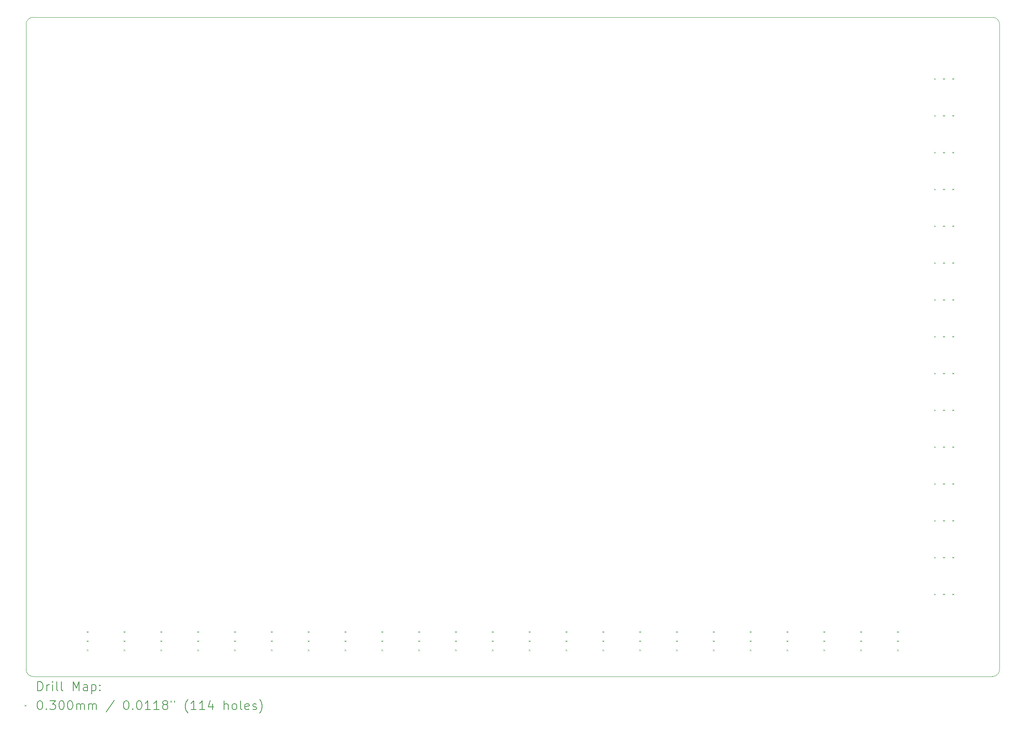
<source format=gbr>
%TF.GenerationSoftware,KiCad,Pcbnew,9.0.2+dfsg-1*%
%TF.CreationDate,2026-01-28T21:05:07+01:00*%
%TF.ProjectId,DEDBUG,44454442-5547-42e6-9b69-6361645f7063,0.3*%
%TF.SameCoordinates,Original*%
%TF.FileFunction,Drillmap*%
%TF.FilePolarity,Positive*%
%FSLAX45Y45*%
G04 Gerber Fmt 4.5, Leading zero omitted, Abs format (unit mm)*
G04 Created by KiCad (PCBNEW 9.0.2+dfsg-1) date 2026-01-28 21:05:07*
%MOMM*%
%LPD*%
G01*
G04 APERTURE LIST*
%ADD10C,0.010000*%
%ADD11C,0.200000*%
%ADD12C,0.100000*%
G04 APERTURE END LIST*
D10*
X10865258Y-21948783D02*
X10865258Y-7713600D01*
X11024993Y-22108519D02*
G75*
G02*
X10865261Y-21948783I187J159919D01*
G01*
X32191590Y-22108519D02*
X11024993Y-22108519D01*
X32351327Y-21948783D02*
G75*
G02*
X32191590Y-22108517I-159917J183D01*
G01*
X32351327Y-7713600D02*
X32351327Y-21948783D01*
X32193359Y-7553870D02*
G75*
G02*
X32351322Y-7713600I-1959J-159910D01*
G01*
X11024993Y-7553864D02*
X32193359Y-7553870D01*
X10865258Y-7713600D02*
G75*
G02*
X11024993Y-7553858I159922J-180D01*
G01*
D11*
D12*
X12206100Y-21109200D02*
X12236100Y-21139200D01*
X12236100Y-21109200D02*
X12206100Y-21139200D01*
X12206100Y-21309200D02*
X12236100Y-21339200D01*
X12236100Y-21309200D02*
X12206100Y-21339200D01*
X12206100Y-21509200D02*
X12236100Y-21539200D01*
X12236100Y-21509200D02*
X12206100Y-21539200D01*
X13018900Y-21109200D02*
X13048900Y-21139200D01*
X13048900Y-21109200D02*
X13018900Y-21139200D01*
X13018900Y-21309200D02*
X13048900Y-21339200D01*
X13048900Y-21309200D02*
X13018900Y-21339200D01*
X13018900Y-21509200D02*
X13048900Y-21539200D01*
X13048900Y-21509200D02*
X13018900Y-21539200D01*
X13831700Y-21109200D02*
X13861700Y-21139200D01*
X13861700Y-21109200D02*
X13831700Y-21139200D01*
X13831700Y-21309200D02*
X13861700Y-21339200D01*
X13861700Y-21309200D02*
X13831700Y-21339200D01*
X13831700Y-21509200D02*
X13861700Y-21539200D01*
X13861700Y-21509200D02*
X13831700Y-21539200D01*
X14644500Y-21109200D02*
X14674500Y-21139200D01*
X14674500Y-21109200D02*
X14644500Y-21139200D01*
X14644500Y-21309200D02*
X14674500Y-21339200D01*
X14674500Y-21309200D02*
X14644500Y-21339200D01*
X14644500Y-21509200D02*
X14674500Y-21539200D01*
X14674500Y-21509200D02*
X14644500Y-21539200D01*
X15457300Y-21109200D02*
X15487300Y-21139200D01*
X15487300Y-21109200D02*
X15457300Y-21139200D01*
X15457300Y-21309200D02*
X15487300Y-21339200D01*
X15487300Y-21309200D02*
X15457300Y-21339200D01*
X15457300Y-21509200D02*
X15487300Y-21539200D01*
X15487300Y-21509200D02*
X15457300Y-21539200D01*
X16270100Y-21109200D02*
X16300100Y-21139200D01*
X16300100Y-21109200D02*
X16270100Y-21139200D01*
X16270100Y-21309200D02*
X16300100Y-21339200D01*
X16300100Y-21309200D02*
X16270100Y-21339200D01*
X16270100Y-21509200D02*
X16300100Y-21539200D01*
X16300100Y-21509200D02*
X16270100Y-21539200D01*
X17082900Y-21109200D02*
X17112900Y-21139200D01*
X17112900Y-21109200D02*
X17082900Y-21139200D01*
X17082900Y-21309200D02*
X17112900Y-21339200D01*
X17112900Y-21309200D02*
X17082900Y-21339200D01*
X17082900Y-21509200D02*
X17112900Y-21539200D01*
X17112900Y-21509200D02*
X17082900Y-21539200D01*
X17895700Y-21109200D02*
X17925700Y-21139200D01*
X17925700Y-21109200D02*
X17895700Y-21139200D01*
X17895700Y-21309200D02*
X17925700Y-21339200D01*
X17925700Y-21309200D02*
X17895700Y-21339200D01*
X17895700Y-21509200D02*
X17925700Y-21539200D01*
X17925700Y-21509200D02*
X17895700Y-21539200D01*
X18708500Y-21109200D02*
X18738500Y-21139200D01*
X18738500Y-21109200D02*
X18708500Y-21139200D01*
X18708500Y-21309200D02*
X18738500Y-21339200D01*
X18738500Y-21309200D02*
X18708500Y-21339200D01*
X18708500Y-21509200D02*
X18738500Y-21539200D01*
X18738500Y-21509200D02*
X18708500Y-21539200D01*
X19521300Y-21109200D02*
X19551300Y-21139200D01*
X19551300Y-21109200D02*
X19521300Y-21139200D01*
X19521300Y-21309200D02*
X19551300Y-21339200D01*
X19551300Y-21309200D02*
X19521300Y-21339200D01*
X19521300Y-21509200D02*
X19551300Y-21539200D01*
X19551300Y-21509200D02*
X19521300Y-21539200D01*
X20334100Y-21109200D02*
X20364100Y-21139200D01*
X20364100Y-21109200D02*
X20334100Y-21139200D01*
X20334100Y-21309200D02*
X20364100Y-21339200D01*
X20364100Y-21309200D02*
X20334100Y-21339200D01*
X20334100Y-21509200D02*
X20364100Y-21539200D01*
X20364100Y-21509200D02*
X20334100Y-21539200D01*
X21146900Y-21109200D02*
X21176900Y-21139200D01*
X21176900Y-21109200D02*
X21146900Y-21139200D01*
X21146900Y-21309200D02*
X21176900Y-21339200D01*
X21176900Y-21309200D02*
X21146900Y-21339200D01*
X21146900Y-21509200D02*
X21176900Y-21539200D01*
X21176900Y-21509200D02*
X21146900Y-21539200D01*
X21959700Y-21109200D02*
X21989700Y-21139200D01*
X21989700Y-21109200D02*
X21959700Y-21139200D01*
X21959700Y-21309200D02*
X21989700Y-21339200D01*
X21989700Y-21309200D02*
X21959700Y-21339200D01*
X21959700Y-21509200D02*
X21989700Y-21539200D01*
X21989700Y-21509200D02*
X21959700Y-21539200D01*
X22772500Y-21109200D02*
X22802500Y-21139200D01*
X22802500Y-21109200D02*
X22772500Y-21139200D01*
X22772500Y-21309200D02*
X22802500Y-21339200D01*
X22802500Y-21309200D02*
X22772500Y-21339200D01*
X22772500Y-21509200D02*
X22802500Y-21539200D01*
X22802500Y-21509200D02*
X22772500Y-21539200D01*
X23585300Y-21109200D02*
X23615300Y-21139200D01*
X23615300Y-21109200D02*
X23585300Y-21139200D01*
X23585300Y-21309200D02*
X23615300Y-21339200D01*
X23615300Y-21309200D02*
X23585300Y-21339200D01*
X23585300Y-21509200D02*
X23615300Y-21539200D01*
X23615300Y-21509200D02*
X23585300Y-21539200D01*
X24398100Y-21109200D02*
X24428100Y-21139200D01*
X24428100Y-21109200D02*
X24398100Y-21139200D01*
X24398100Y-21309200D02*
X24428100Y-21339200D01*
X24428100Y-21309200D02*
X24398100Y-21339200D01*
X24398100Y-21509200D02*
X24428100Y-21539200D01*
X24428100Y-21509200D02*
X24398100Y-21539200D01*
X25210900Y-21109200D02*
X25240900Y-21139200D01*
X25240900Y-21109200D02*
X25210900Y-21139200D01*
X25210900Y-21309200D02*
X25240900Y-21339200D01*
X25240900Y-21309200D02*
X25210900Y-21339200D01*
X25210900Y-21509200D02*
X25240900Y-21539200D01*
X25240900Y-21509200D02*
X25210900Y-21539200D01*
X26023700Y-21109200D02*
X26053700Y-21139200D01*
X26053700Y-21109200D02*
X26023700Y-21139200D01*
X26023700Y-21309200D02*
X26053700Y-21339200D01*
X26053700Y-21309200D02*
X26023700Y-21339200D01*
X26023700Y-21509200D02*
X26053700Y-21539200D01*
X26053700Y-21509200D02*
X26023700Y-21539200D01*
X26836500Y-21109200D02*
X26866500Y-21139200D01*
X26866500Y-21109200D02*
X26836500Y-21139200D01*
X26836500Y-21309200D02*
X26866500Y-21339200D01*
X26866500Y-21309200D02*
X26836500Y-21339200D01*
X26836500Y-21509200D02*
X26866500Y-21539200D01*
X26866500Y-21509200D02*
X26836500Y-21539200D01*
X27649300Y-21109200D02*
X27679300Y-21139200D01*
X27679300Y-21109200D02*
X27649300Y-21139200D01*
X27649300Y-21309200D02*
X27679300Y-21339200D01*
X27679300Y-21309200D02*
X27649300Y-21339200D01*
X27649300Y-21509200D02*
X27679300Y-21539200D01*
X27679300Y-21509200D02*
X27649300Y-21539200D01*
X28462100Y-21109200D02*
X28492100Y-21139200D01*
X28492100Y-21109200D02*
X28462100Y-21139200D01*
X28462100Y-21309200D02*
X28492100Y-21339200D01*
X28492100Y-21309200D02*
X28462100Y-21339200D01*
X28462100Y-21509200D02*
X28492100Y-21539200D01*
X28492100Y-21509200D02*
X28462100Y-21539200D01*
X29274900Y-21109200D02*
X29304900Y-21139200D01*
X29304900Y-21109200D02*
X29274900Y-21139200D01*
X29274900Y-21309200D02*
X29304900Y-21339200D01*
X29304900Y-21309200D02*
X29274900Y-21339200D01*
X29274900Y-21509200D02*
X29304900Y-21539200D01*
X29304900Y-21509200D02*
X29274900Y-21539200D01*
X30087700Y-21109200D02*
X30117700Y-21139200D01*
X30117700Y-21109200D02*
X30087700Y-21139200D01*
X30087700Y-21309200D02*
X30117700Y-21339200D01*
X30117700Y-21309200D02*
X30087700Y-21339200D01*
X30087700Y-21509200D02*
X30117700Y-21539200D01*
X30117700Y-21509200D02*
X30087700Y-21539200D01*
X30905600Y-8899200D02*
X30935600Y-8929200D01*
X30935600Y-8899200D02*
X30905600Y-8929200D01*
X30905600Y-9712000D02*
X30935600Y-9742000D01*
X30935600Y-9712000D02*
X30905600Y-9742000D01*
X30905600Y-10524800D02*
X30935600Y-10554800D01*
X30935600Y-10524800D02*
X30905600Y-10554800D01*
X30905600Y-11337600D02*
X30935600Y-11367600D01*
X30935600Y-11337600D02*
X30905600Y-11367600D01*
X30905600Y-12150400D02*
X30935600Y-12180400D01*
X30935600Y-12150400D02*
X30905600Y-12180400D01*
X30905600Y-12963200D02*
X30935600Y-12993200D01*
X30935600Y-12963200D02*
X30905600Y-12993200D01*
X30905600Y-13776000D02*
X30935600Y-13806000D01*
X30935600Y-13776000D02*
X30905600Y-13806000D01*
X30905600Y-14588800D02*
X30935600Y-14618800D01*
X30935600Y-14588800D02*
X30905600Y-14618800D01*
X30905600Y-15401600D02*
X30935600Y-15431600D01*
X30935600Y-15401600D02*
X30905600Y-15431600D01*
X30905600Y-16214400D02*
X30935600Y-16244400D01*
X30935600Y-16214400D02*
X30905600Y-16244400D01*
X30905600Y-17027200D02*
X30935600Y-17057200D01*
X30935600Y-17027200D02*
X30905600Y-17057200D01*
X30905600Y-17840000D02*
X30935600Y-17870000D01*
X30935600Y-17840000D02*
X30905600Y-17870000D01*
X30905600Y-18652800D02*
X30935600Y-18682800D01*
X30935600Y-18652800D02*
X30905600Y-18682800D01*
X30905600Y-19465600D02*
X30935600Y-19495600D01*
X30935600Y-19465600D02*
X30905600Y-19495600D01*
X30905600Y-20278400D02*
X30935600Y-20308400D01*
X30935600Y-20278400D02*
X30905600Y-20308400D01*
X31105600Y-8899200D02*
X31135600Y-8929200D01*
X31135600Y-8899200D02*
X31105600Y-8929200D01*
X31105600Y-9712000D02*
X31135600Y-9742000D01*
X31135600Y-9712000D02*
X31105600Y-9742000D01*
X31105600Y-10524800D02*
X31135600Y-10554800D01*
X31135600Y-10524800D02*
X31105600Y-10554800D01*
X31105600Y-11337600D02*
X31135600Y-11367600D01*
X31135600Y-11337600D02*
X31105600Y-11367600D01*
X31105600Y-12150400D02*
X31135600Y-12180400D01*
X31135600Y-12150400D02*
X31105600Y-12180400D01*
X31105600Y-12963200D02*
X31135600Y-12993200D01*
X31135600Y-12963200D02*
X31105600Y-12993200D01*
X31105600Y-13776000D02*
X31135600Y-13806000D01*
X31135600Y-13776000D02*
X31105600Y-13806000D01*
X31105600Y-14588800D02*
X31135600Y-14618800D01*
X31135600Y-14588800D02*
X31105600Y-14618800D01*
X31105600Y-15401600D02*
X31135600Y-15431600D01*
X31135600Y-15401600D02*
X31105600Y-15431600D01*
X31105600Y-16214400D02*
X31135600Y-16244400D01*
X31135600Y-16214400D02*
X31105600Y-16244400D01*
X31105600Y-17027200D02*
X31135600Y-17057200D01*
X31135600Y-17027200D02*
X31105600Y-17057200D01*
X31105600Y-17840000D02*
X31135600Y-17870000D01*
X31135600Y-17840000D02*
X31105600Y-17870000D01*
X31105600Y-18652800D02*
X31135600Y-18682800D01*
X31135600Y-18652800D02*
X31105600Y-18682800D01*
X31105600Y-19465600D02*
X31135600Y-19495600D01*
X31135600Y-19465600D02*
X31105600Y-19495600D01*
X31105600Y-20278400D02*
X31135600Y-20308400D01*
X31135600Y-20278400D02*
X31105600Y-20308400D01*
X31305600Y-8899200D02*
X31335600Y-8929200D01*
X31335600Y-8899200D02*
X31305600Y-8929200D01*
X31305600Y-9712000D02*
X31335600Y-9742000D01*
X31335600Y-9712000D02*
X31305600Y-9742000D01*
X31305600Y-10524800D02*
X31335600Y-10554800D01*
X31335600Y-10524800D02*
X31305600Y-10554800D01*
X31305600Y-11337600D02*
X31335600Y-11367600D01*
X31335600Y-11337600D02*
X31305600Y-11367600D01*
X31305600Y-12150400D02*
X31335600Y-12180400D01*
X31335600Y-12150400D02*
X31305600Y-12180400D01*
X31305600Y-12963200D02*
X31335600Y-12993200D01*
X31335600Y-12963200D02*
X31305600Y-12993200D01*
X31305600Y-13776000D02*
X31335600Y-13806000D01*
X31335600Y-13776000D02*
X31305600Y-13806000D01*
X31305600Y-14588800D02*
X31335600Y-14618800D01*
X31335600Y-14588800D02*
X31305600Y-14618800D01*
X31305600Y-15401600D02*
X31335600Y-15431600D01*
X31335600Y-15401600D02*
X31305600Y-15431600D01*
X31305600Y-16214400D02*
X31335600Y-16244400D01*
X31335600Y-16214400D02*
X31305600Y-16244400D01*
X31305600Y-17027200D02*
X31335600Y-17057200D01*
X31335600Y-17027200D02*
X31305600Y-17057200D01*
X31305600Y-17840000D02*
X31335600Y-17870000D01*
X31335600Y-17840000D02*
X31305600Y-17870000D01*
X31305600Y-18652800D02*
X31335600Y-18682800D01*
X31335600Y-18652800D02*
X31305600Y-18682800D01*
X31305600Y-19465600D02*
X31335600Y-19495600D01*
X31335600Y-19465600D02*
X31305600Y-19495600D01*
X31305600Y-20278400D02*
X31335600Y-20308400D01*
X31335600Y-20278400D02*
X31305600Y-20308400D01*
D11*
X11125535Y-22420502D02*
X11125535Y-22220503D01*
X11125535Y-22220503D02*
X11173154Y-22220503D01*
X11173154Y-22220503D02*
X11201725Y-22230026D01*
X11201725Y-22230026D02*
X11220773Y-22249074D01*
X11220773Y-22249074D02*
X11230297Y-22268122D01*
X11230297Y-22268122D02*
X11239820Y-22306217D01*
X11239820Y-22306217D02*
X11239820Y-22334788D01*
X11239820Y-22334788D02*
X11230297Y-22372883D01*
X11230297Y-22372883D02*
X11220773Y-22391931D01*
X11220773Y-22391931D02*
X11201725Y-22410979D01*
X11201725Y-22410979D02*
X11173154Y-22420502D01*
X11173154Y-22420502D02*
X11125535Y-22420502D01*
X11325535Y-22420502D02*
X11325535Y-22287169D01*
X11325535Y-22325264D02*
X11335059Y-22306217D01*
X11335059Y-22306217D02*
X11344582Y-22296693D01*
X11344582Y-22296693D02*
X11363630Y-22287169D01*
X11363630Y-22287169D02*
X11382678Y-22287169D01*
X11449344Y-22420502D02*
X11449344Y-22287169D01*
X11449344Y-22220503D02*
X11439820Y-22230026D01*
X11439820Y-22230026D02*
X11449344Y-22239550D01*
X11449344Y-22239550D02*
X11458868Y-22230026D01*
X11458868Y-22230026D02*
X11449344Y-22220503D01*
X11449344Y-22220503D02*
X11449344Y-22239550D01*
X11573154Y-22420502D02*
X11554106Y-22410979D01*
X11554106Y-22410979D02*
X11544582Y-22391931D01*
X11544582Y-22391931D02*
X11544582Y-22220503D01*
X11677916Y-22420502D02*
X11658868Y-22410979D01*
X11658868Y-22410979D02*
X11649344Y-22391931D01*
X11649344Y-22391931D02*
X11649344Y-22220503D01*
X11906487Y-22420502D02*
X11906487Y-22220503D01*
X11906487Y-22220503D02*
X11973154Y-22363360D01*
X11973154Y-22363360D02*
X12039820Y-22220503D01*
X12039820Y-22220503D02*
X12039820Y-22420502D01*
X12220773Y-22420502D02*
X12220773Y-22315741D01*
X12220773Y-22315741D02*
X12211249Y-22296693D01*
X12211249Y-22296693D02*
X12192201Y-22287169D01*
X12192201Y-22287169D02*
X12154106Y-22287169D01*
X12154106Y-22287169D02*
X12135059Y-22296693D01*
X12220773Y-22410979D02*
X12201725Y-22420502D01*
X12201725Y-22420502D02*
X12154106Y-22420502D01*
X12154106Y-22420502D02*
X12135059Y-22410979D01*
X12135059Y-22410979D02*
X12125535Y-22391931D01*
X12125535Y-22391931D02*
X12125535Y-22372883D01*
X12125535Y-22372883D02*
X12135059Y-22353836D01*
X12135059Y-22353836D02*
X12154106Y-22344312D01*
X12154106Y-22344312D02*
X12201725Y-22344312D01*
X12201725Y-22344312D02*
X12220773Y-22334788D01*
X12316011Y-22287169D02*
X12316011Y-22487169D01*
X12316011Y-22296693D02*
X12335059Y-22287169D01*
X12335059Y-22287169D02*
X12373154Y-22287169D01*
X12373154Y-22287169D02*
X12392201Y-22296693D01*
X12392201Y-22296693D02*
X12401725Y-22306217D01*
X12401725Y-22306217D02*
X12411249Y-22325264D01*
X12411249Y-22325264D02*
X12411249Y-22382407D01*
X12411249Y-22382407D02*
X12401725Y-22401455D01*
X12401725Y-22401455D02*
X12392201Y-22410979D01*
X12392201Y-22410979D02*
X12373154Y-22420502D01*
X12373154Y-22420502D02*
X12335059Y-22420502D01*
X12335059Y-22420502D02*
X12316011Y-22410979D01*
X12496963Y-22401455D02*
X12506487Y-22410979D01*
X12506487Y-22410979D02*
X12496963Y-22420502D01*
X12496963Y-22420502D02*
X12487440Y-22410979D01*
X12487440Y-22410979D02*
X12496963Y-22401455D01*
X12496963Y-22401455D02*
X12496963Y-22420502D01*
X12496963Y-22296693D02*
X12506487Y-22306217D01*
X12506487Y-22306217D02*
X12496963Y-22315741D01*
X12496963Y-22315741D02*
X12487440Y-22306217D01*
X12487440Y-22306217D02*
X12496963Y-22296693D01*
X12496963Y-22296693D02*
X12496963Y-22315741D01*
D12*
X10834758Y-22734019D02*
X10864758Y-22764019D01*
X10864758Y-22734019D02*
X10834758Y-22764019D01*
D11*
X11163630Y-22640502D02*
X11182678Y-22640502D01*
X11182678Y-22640502D02*
X11201725Y-22650026D01*
X11201725Y-22650026D02*
X11211249Y-22659550D01*
X11211249Y-22659550D02*
X11220773Y-22678598D01*
X11220773Y-22678598D02*
X11230297Y-22716693D01*
X11230297Y-22716693D02*
X11230297Y-22764312D01*
X11230297Y-22764312D02*
X11220773Y-22802407D01*
X11220773Y-22802407D02*
X11211249Y-22821455D01*
X11211249Y-22821455D02*
X11201725Y-22830979D01*
X11201725Y-22830979D02*
X11182678Y-22840502D01*
X11182678Y-22840502D02*
X11163630Y-22840502D01*
X11163630Y-22840502D02*
X11144582Y-22830979D01*
X11144582Y-22830979D02*
X11135059Y-22821455D01*
X11135059Y-22821455D02*
X11125535Y-22802407D01*
X11125535Y-22802407D02*
X11116011Y-22764312D01*
X11116011Y-22764312D02*
X11116011Y-22716693D01*
X11116011Y-22716693D02*
X11125535Y-22678598D01*
X11125535Y-22678598D02*
X11135059Y-22659550D01*
X11135059Y-22659550D02*
X11144582Y-22650026D01*
X11144582Y-22650026D02*
X11163630Y-22640502D01*
X11316011Y-22821455D02*
X11325535Y-22830979D01*
X11325535Y-22830979D02*
X11316011Y-22840502D01*
X11316011Y-22840502D02*
X11306487Y-22830979D01*
X11306487Y-22830979D02*
X11316011Y-22821455D01*
X11316011Y-22821455D02*
X11316011Y-22840502D01*
X11392201Y-22640502D02*
X11516011Y-22640502D01*
X11516011Y-22640502D02*
X11449344Y-22716693D01*
X11449344Y-22716693D02*
X11477916Y-22716693D01*
X11477916Y-22716693D02*
X11496963Y-22726217D01*
X11496963Y-22726217D02*
X11506487Y-22735741D01*
X11506487Y-22735741D02*
X11516011Y-22754788D01*
X11516011Y-22754788D02*
X11516011Y-22802407D01*
X11516011Y-22802407D02*
X11506487Y-22821455D01*
X11506487Y-22821455D02*
X11496963Y-22830979D01*
X11496963Y-22830979D02*
X11477916Y-22840502D01*
X11477916Y-22840502D02*
X11420773Y-22840502D01*
X11420773Y-22840502D02*
X11401725Y-22830979D01*
X11401725Y-22830979D02*
X11392201Y-22821455D01*
X11639820Y-22640502D02*
X11658868Y-22640502D01*
X11658868Y-22640502D02*
X11677916Y-22650026D01*
X11677916Y-22650026D02*
X11687440Y-22659550D01*
X11687440Y-22659550D02*
X11696963Y-22678598D01*
X11696963Y-22678598D02*
X11706487Y-22716693D01*
X11706487Y-22716693D02*
X11706487Y-22764312D01*
X11706487Y-22764312D02*
X11696963Y-22802407D01*
X11696963Y-22802407D02*
X11687440Y-22821455D01*
X11687440Y-22821455D02*
X11677916Y-22830979D01*
X11677916Y-22830979D02*
X11658868Y-22840502D01*
X11658868Y-22840502D02*
X11639820Y-22840502D01*
X11639820Y-22840502D02*
X11620773Y-22830979D01*
X11620773Y-22830979D02*
X11611249Y-22821455D01*
X11611249Y-22821455D02*
X11601725Y-22802407D01*
X11601725Y-22802407D02*
X11592201Y-22764312D01*
X11592201Y-22764312D02*
X11592201Y-22716693D01*
X11592201Y-22716693D02*
X11601725Y-22678598D01*
X11601725Y-22678598D02*
X11611249Y-22659550D01*
X11611249Y-22659550D02*
X11620773Y-22650026D01*
X11620773Y-22650026D02*
X11639820Y-22640502D01*
X11830297Y-22640502D02*
X11849344Y-22640502D01*
X11849344Y-22640502D02*
X11868392Y-22650026D01*
X11868392Y-22650026D02*
X11877916Y-22659550D01*
X11877916Y-22659550D02*
X11887440Y-22678598D01*
X11887440Y-22678598D02*
X11896963Y-22716693D01*
X11896963Y-22716693D02*
X11896963Y-22764312D01*
X11896963Y-22764312D02*
X11887440Y-22802407D01*
X11887440Y-22802407D02*
X11877916Y-22821455D01*
X11877916Y-22821455D02*
X11868392Y-22830979D01*
X11868392Y-22830979D02*
X11849344Y-22840502D01*
X11849344Y-22840502D02*
X11830297Y-22840502D01*
X11830297Y-22840502D02*
X11811249Y-22830979D01*
X11811249Y-22830979D02*
X11801725Y-22821455D01*
X11801725Y-22821455D02*
X11792201Y-22802407D01*
X11792201Y-22802407D02*
X11782678Y-22764312D01*
X11782678Y-22764312D02*
X11782678Y-22716693D01*
X11782678Y-22716693D02*
X11792201Y-22678598D01*
X11792201Y-22678598D02*
X11801725Y-22659550D01*
X11801725Y-22659550D02*
X11811249Y-22650026D01*
X11811249Y-22650026D02*
X11830297Y-22640502D01*
X11982678Y-22840502D02*
X11982678Y-22707169D01*
X11982678Y-22726217D02*
X11992201Y-22716693D01*
X11992201Y-22716693D02*
X12011249Y-22707169D01*
X12011249Y-22707169D02*
X12039821Y-22707169D01*
X12039821Y-22707169D02*
X12058868Y-22716693D01*
X12058868Y-22716693D02*
X12068392Y-22735741D01*
X12068392Y-22735741D02*
X12068392Y-22840502D01*
X12068392Y-22735741D02*
X12077916Y-22716693D01*
X12077916Y-22716693D02*
X12096963Y-22707169D01*
X12096963Y-22707169D02*
X12125535Y-22707169D01*
X12125535Y-22707169D02*
X12144582Y-22716693D01*
X12144582Y-22716693D02*
X12154106Y-22735741D01*
X12154106Y-22735741D02*
X12154106Y-22840502D01*
X12249344Y-22840502D02*
X12249344Y-22707169D01*
X12249344Y-22726217D02*
X12258868Y-22716693D01*
X12258868Y-22716693D02*
X12277916Y-22707169D01*
X12277916Y-22707169D02*
X12306487Y-22707169D01*
X12306487Y-22707169D02*
X12325535Y-22716693D01*
X12325535Y-22716693D02*
X12335059Y-22735741D01*
X12335059Y-22735741D02*
X12335059Y-22840502D01*
X12335059Y-22735741D02*
X12344582Y-22716693D01*
X12344582Y-22716693D02*
X12363630Y-22707169D01*
X12363630Y-22707169D02*
X12392201Y-22707169D01*
X12392201Y-22707169D02*
X12411249Y-22716693D01*
X12411249Y-22716693D02*
X12420773Y-22735741D01*
X12420773Y-22735741D02*
X12420773Y-22840502D01*
X12811249Y-22630979D02*
X12639821Y-22888121D01*
X13068392Y-22640502D02*
X13087440Y-22640502D01*
X13087440Y-22640502D02*
X13106487Y-22650026D01*
X13106487Y-22650026D02*
X13116011Y-22659550D01*
X13116011Y-22659550D02*
X13125535Y-22678598D01*
X13125535Y-22678598D02*
X13135059Y-22716693D01*
X13135059Y-22716693D02*
X13135059Y-22764312D01*
X13135059Y-22764312D02*
X13125535Y-22802407D01*
X13125535Y-22802407D02*
X13116011Y-22821455D01*
X13116011Y-22821455D02*
X13106487Y-22830979D01*
X13106487Y-22830979D02*
X13087440Y-22840502D01*
X13087440Y-22840502D02*
X13068392Y-22840502D01*
X13068392Y-22840502D02*
X13049344Y-22830979D01*
X13049344Y-22830979D02*
X13039821Y-22821455D01*
X13039821Y-22821455D02*
X13030297Y-22802407D01*
X13030297Y-22802407D02*
X13020773Y-22764312D01*
X13020773Y-22764312D02*
X13020773Y-22716693D01*
X13020773Y-22716693D02*
X13030297Y-22678598D01*
X13030297Y-22678598D02*
X13039821Y-22659550D01*
X13039821Y-22659550D02*
X13049344Y-22650026D01*
X13049344Y-22650026D02*
X13068392Y-22640502D01*
X13220773Y-22821455D02*
X13230297Y-22830979D01*
X13230297Y-22830979D02*
X13220773Y-22840502D01*
X13220773Y-22840502D02*
X13211249Y-22830979D01*
X13211249Y-22830979D02*
X13220773Y-22821455D01*
X13220773Y-22821455D02*
X13220773Y-22840502D01*
X13354106Y-22640502D02*
X13373154Y-22640502D01*
X13373154Y-22640502D02*
X13392202Y-22650026D01*
X13392202Y-22650026D02*
X13401725Y-22659550D01*
X13401725Y-22659550D02*
X13411249Y-22678598D01*
X13411249Y-22678598D02*
X13420773Y-22716693D01*
X13420773Y-22716693D02*
X13420773Y-22764312D01*
X13420773Y-22764312D02*
X13411249Y-22802407D01*
X13411249Y-22802407D02*
X13401725Y-22821455D01*
X13401725Y-22821455D02*
X13392202Y-22830979D01*
X13392202Y-22830979D02*
X13373154Y-22840502D01*
X13373154Y-22840502D02*
X13354106Y-22840502D01*
X13354106Y-22840502D02*
X13335059Y-22830979D01*
X13335059Y-22830979D02*
X13325535Y-22821455D01*
X13325535Y-22821455D02*
X13316011Y-22802407D01*
X13316011Y-22802407D02*
X13306487Y-22764312D01*
X13306487Y-22764312D02*
X13306487Y-22716693D01*
X13306487Y-22716693D02*
X13316011Y-22678598D01*
X13316011Y-22678598D02*
X13325535Y-22659550D01*
X13325535Y-22659550D02*
X13335059Y-22650026D01*
X13335059Y-22650026D02*
X13354106Y-22640502D01*
X13611249Y-22840502D02*
X13496964Y-22840502D01*
X13554106Y-22840502D02*
X13554106Y-22640502D01*
X13554106Y-22640502D02*
X13535059Y-22669074D01*
X13535059Y-22669074D02*
X13516011Y-22688121D01*
X13516011Y-22688121D02*
X13496964Y-22697645D01*
X13801725Y-22840502D02*
X13687440Y-22840502D01*
X13744583Y-22840502D02*
X13744583Y-22640502D01*
X13744583Y-22640502D02*
X13725535Y-22669074D01*
X13725535Y-22669074D02*
X13706487Y-22688121D01*
X13706487Y-22688121D02*
X13687440Y-22697645D01*
X13916011Y-22726217D02*
X13896964Y-22716693D01*
X13896964Y-22716693D02*
X13887440Y-22707169D01*
X13887440Y-22707169D02*
X13877916Y-22688121D01*
X13877916Y-22688121D02*
X13877916Y-22678598D01*
X13877916Y-22678598D02*
X13887440Y-22659550D01*
X13887440Y-22659550D02*
X13896964Y-22650026D01*
X13896964Y-22650026D02*
X13916011Y-22640502D01*
X13916011Y-22640502D02*
X13954106Y-22640502D01*
X13954106Y-22640502D02*
X13973154Y-22650026D01*
X13973154Y-22650026D02*
X13982678Y-22659550D01*
X13982678Y-22659550D02*
X13992202Y-22678598D01*
X13992202Y-22678598D02*
X13992202Y-22688121D01*
X13992202Y-22688121D02*
X13982678Y-22707169D01*
X13982678Y-22707169D02*
X13973154Y-22716693D01*
X13973154Y-22716693D02*
X13954106Y-22726217D01*
X13954106Y-22726217D02*
X13916011Y-22726217D01*
X13916011Y-22726217D02*
X13896964Y-22735741D01*
X13896964Y-22735741D02*
X13887440Y-22745264D01*
X13887440Y-22745264D02*
X13877916Y-22764312D01*
X13877916Y-22764312D02*
X13877916Y-22802407D01*
X13877916Y-22802407D02*
X13887440Y-22821455D01*
X13887440Y-22821455D02*
X13896964Y-22830979D01*
X13896964Y-22830979D02*
X13916011Y-22840502D01*
X13916011Y-22840502D02*
X13954106Y-22840502D01*
X13954106Y-22840502D02*
X13973154Y-22830979D01*
X13973154Y-22830979D02*
X13982678Y-22821455D01*
X13982678Y-22821455D02*
X13992202Y-22802407D01*
X13992202Y-22802407D02*
X13992202Y-22764312D01*
X13992202Y-22764312D02*
X13982678Y-22745264D01*
X13982678Y-22745264D02*
X13973154Y-22735741D01*
X13973154Y-22735741D02*
X13954106Y-22726217D01*
X14068392Y-22640502D02*
X14068392Y-22678598D01*
X14144583Y-22640502D02*
X14144583Y-22678598D01*
X14439821Y-22916693D02*
X14430297Y-22907169D01*
X14430297Y-22907169D02*
X14411249Y-22878598D01*
X14411249Y-22878598D02*
X14401726Y-22859550D01*
X14401726Y-22859550D02*
X14392202Y-22830979D01*
X14392202Y-22830979D02*
X14382678Y-22783360D01*
X14382678Y-22783360D02*
X14382678Y-22745264D01*
X14382678Y-22745264D02*
X14392202Y-22697645D01*
X14392202Y-22697645D02*
X14401726Y-22669074D01*
X14401726Y-22669074D02*
X14411249Y-22650026D01*
X14411249Y-22650026D02*
X14430297Y-22621455D01*
X14430297Y-22621455D02*
X14439821Y-22611931D01*
X14620773Y-22840502D02*
X14506487Y-22840502D01*
X14563630Y-22840502D02*
X14563630Y-22640502D01*
X14563630Y-22640502D02*
X14544583Y-22669074D01*
X14544583Y-22669074D02*
X14525535Y-22688121D01*
X14525535Y-22688121D02*
X14506487Y-22697645D01*
X14811249Y-22840502D02*
X14696964Y-22840502D01*
X14754106Y-22840502D02*
X14754106Y-22640502D01*
X14754106Y-22640502D02*
X14735059Y-22669074D01*
X14735059Y-22669074D02*
X14716011Y-22688121D01*
X14716011Y-22688121D02*
X14696964Y-22697645D01*
X14982678Y-22707169D02*
X14982678Y-22840502D01*
X14935059Y-22630979D02*
X14887440Y-22773836D01*
X14887440Y-22773836D02*
X15011249Y-22773836D01*
X15239821Y-22840502D02*
X15239821Y-22640502D01*
X15325535Y-22840502D02*
X15325535Y-22735741D01*
X15325535Y-22735741D02*
X15316011Y-22716693D01*
X15316011Y-22716693D02*
X15296964Y-22707169D01*
X15296964Y-22707169D02*
X15268392Y-22707169D01*
X15268392Y-22707169D02*
X15249345Y-22716693D01*
X15249345Y-22716693D02*
X15239821Y-22726217D01*
X15449345Y-22840502D02*
X15430297Y-22830979D01*
X15430297Y-22830979D02*
X15420773Y-22821455D01*
X15420773Y-22821455D02*
X15411249Y-22802407D01*
X15411249Y-22802407D02*
X15411249Y-22745264D01*
X15411249Y-22745264D02*
X15420773Y-22726217D01*
X15420773Y-22726217D02*
X15430297Y-22716693D01*
X15430297Y-22716693D02*
X15449345Y-22707169D01*
X15449345Y-22707169D02*
X15477916Y-22707169D01*
X15477916Y-22707169D02*
X15496964Y-22716693D01*
X15496964Y-22716693D02*
X15506488Y-22726217D01*
X15506488Y-22726217D02*
X15516011Y-22745264D01*
X15516011Y-22745264D02*
X15516011Y-22802407D01*
X15516011Y-22802407D02*
X15506488Y-22821455D01*
X15506488Y-22821455D02*
X15496964Y-22830979D01*
X15496964Y-22830979D02*
X15477916Y-22840502D01*
X15477916Y-22840502D02*
X15449345Y-22840502D01*
X15630297Y-22840502D02*
X15611249Y-22830979D01*
X15611249Y-22830979D02*
X15601726Y-22811931D01*
X15601726Y-22811931D02*
X15601726Y-22640502D01*
X15782678Y-22830979D02*
X15763630Y-22840502D01*
X15763630Y-22840502D02*
X15725535Y-22840502D01*
X15725535Y-22840502D02*
X15706488Y-22830979D01*
X15706488Y-22830979D02*
X15696964Y-22811931D01*
X15696964Y-22811931D02*
X15696964Y-22735741D01*
X15696964Y-22735741D02*
X15706488Y-22716693D01*
X15706488Y-22716693D02*
X15725535Y-22707169D01*
X15725535Y-22707169D02*
X15763630Y-22707169D01*
X15763630Y-22707169D02*
X15782678Y-22716693D01*
X15782678Y-22716693D02*
X15792202Y-22735741D01*
X15792202Y-22735741D02*
X15792202Y-22754788D01*
X15792202Y-22754788D02*
X15696964Y-22773836D01*
X15868392Y-22830979D02*
X15887440Y-22840502D01*
X15887440Y-22840502D02*
X15925535Y-22840502D01*
X15925535Y-22840502D02*
X15944583Y-22830979D01*
X15944583Y-22830979D02*
X15954107Y-22811931D01*
X15954107Y-22811931D02*
X15954107Y-22802407D01*
X15954107Y-22802407D02*
X15944583Y-22783360D01*
X15944583Y-22783360D02*
X15925535Y-22773836D01*
X15925535Y-22773836D02*
X15896964Y-22773836D01*
X15896964Y-22773836D02*
X15877916Y-22764312D01*
X15877916Y-22764312D02*
X15868392Y-22745264D01*
X15868392Y-22745264D02*
X15868392Y-22735741D01*
X15868392Y-22735741D02*
X15877916Y-22716693D01*
X15877916Y-22716693D02*
X15896964Y-22707169D01*
X15896964Y-22707169D02*
X15925535Y-22707169D01*
X15925535Y-22707169D02*
X15944583Y-22716693D01*
X16020773Y-22916693D02*
X16030297Y-22907169D01*
X16030297Y-22907169D02*
X16049345Y-22878598D01*
X16049345Y-22878598D02*
X16058869Y-22859550D01*
X16058869Y-22859550D02*
X16068392Y-22830979D01*
X16068392Y-22830979D02*
X16077916Y-22783360D01*
X16077916Y-22783360D02*
X16077916Y-22745264D01*
X16077916Y-22745264D02*
X16068392Y-22697645D01*
X16068392Y-22697645D02*
X16058869Y-22669074D01*
X16058869Y-22669074D02*
X16049345Y-22650026D01*
X16049345Y-22650026D02*
X16030297Y-22621455D01*
X16030297Y-22621455D02*
X16020773Y-22611931D01*
M02*

</source>
